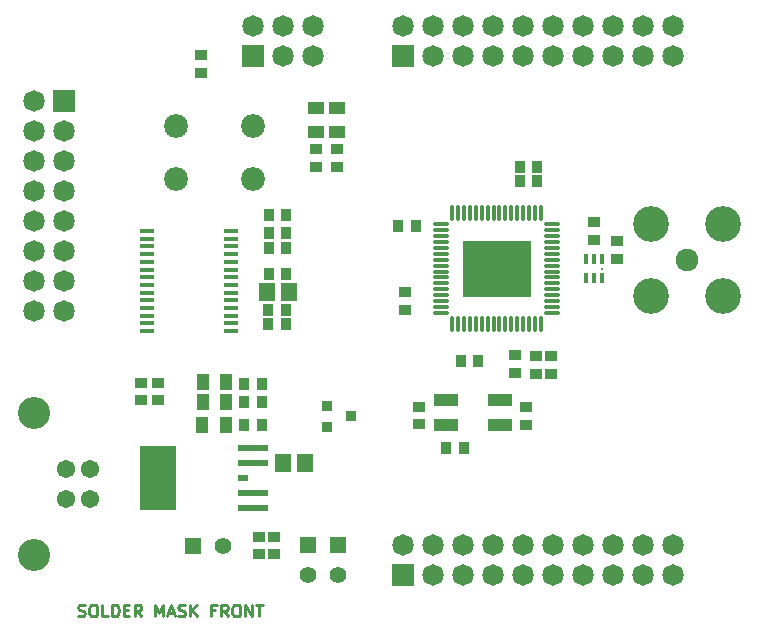
<source format=gts>
G04 (created by PCBNEW-RS274X (2012-01-19 BZR 3256)-stable) date Mon 11 Jun 2012 01:46:52 PM EEST*
G01*
G70*
G90*
%MOIN*%
G04 Gerber Fmt 3.4, Leading zero omitted, Abs format*
%FSLAX34Y34*%
G04 APERTURE LIST*
%ADD10C,0.006000*%
%ADD11C,0.009800*%
%ADD12R,0.050800X0.016800*%
%ADD13R,0.036800X0.036800*%
%ADD14O,0.075600X0.075600*%
%ADD15O,0.118900X0.118900*%
%ADD16R,0.040200X0.036200*%
%ADD17R,0.036200X0.040200*%
%ADD18R,0.071700X0.071700*%
%ADD19C,0.071700*%
%ADD20R,0.040200X0.052000*%
%ADD21R,0.052000X0.040200*%
%ADD22R,0.055900X0.055900*%
%ADD23C,0.055900*%
%ADD24R,0.079500X0.044100*%
%ADD25R,0.052000X0.059800*%
%ADD26R,0.118900X0.217300*%
%ADD27R,0.032300X0.020500*%
%ADD28R,0.099200X0.024400*%
%ADD29R,0.012600X0.032300*%
%ADD30R,0.008700X0.008700*%
%ADD31C,0.060800*%
%ADD32C,0.107100*%
%ADD33O,0.055900X0.012600*%
%ADD34O,0.012600X0.055900*%
%ADD35R,0.225200X0.189800*%
%ADD36C,0.063800*%
%ADD37C,0.079500*%
G04 APERTURE END LIST*
G54D10*
G54D11*
X54757Y-44965D02*
X54813Y-44983D01*
X54907Y-44983D01*
X54945Y-44965D01*
X54963Y-44946D01*
X54982Y-44908D01*
X54982Y-44871D01*
X54963Y-44833D01*
X54945Y-44815D01*
X54907Y-44796D01*
X54832Y-44777D01*
X54795Y-44758D01*
X54776Y-44740D01*
X54757Y-44702D01*
X54757Y-44665D01*
X54776Y-44627D01*
X54795Y-44608D01*
X54832Y-44589D01*
X54926Y-44589D01*
X54982Y-44608D01*
X55226Y-44589D02*
X55301Y-44589D01*
X55338Y-44608D01*
X55376Y-44646D01*
X55395Y-44721D01*
X55395Y-44852D01*
X55376Y-44927D01*
X55338Y-44965D01*
X55301Y-44983D01*
X55226Y-44983D01*
X55188Y-44965D01*
X55151Y-44927D01*
X55132Y-44852D01*
X55132Y-44721D01*
X55151Y-44646D01*
X55188Y-44608D01*
X55226Y-44589D01*
X55751Y-44983D02*
X55564Y-44983D01*
X55564Y-44589D01*
X55883Y-44983D02*
X55883Y-44589D01*
X55977Y-44589D01*
X56033Y-44608D01*
X56070Y-44646D01*
X56089Y-44683D01*
X56108Y-44758D01*
X56108Y-44815D01*
X56089Y-44890D01*
X56070Y-44927D01*
X56033Y-44965D01*
X55977Y-44983D01*
X55883Y-44983D01*
X56277Y-44777D02*
X56408Y-44777D01*
X56464Y-44983D02*
X56277Y-44983D01*
X56277Y-44589D01*
X56464Y-44589D01*
X56858Y-44983D02*
X56727Y-44796D01*
X56633Y-44983D02*
X56633Y-44589D01*
X56783Y-44589D01*
X56820Y-44608D01*
X56839Y-44627D01*
X56858Y-44665D01*
X56858Y-44721D01*
X56839Y-44758D01*
X56820Y-44777D01*
X56783Y-44796D01*
X56633Y-44796D01*
X57327Y-44983D02*
X57327Y-44589D01*
X57458Y-44871D01*
X57589Y-44589D01*
X57589Y-44983D01*
X57758Y-44871D02*
X57946Y-44871D01*
X57721Y-44983D02*
X57852Y-44589D01*
X57983Y-44983D01*
X58096Y-44965D02*
X58152Y-44983D01*
X58246Y-44983D01*
X58284Y-44965D01*
X58302Y-44946D01*
X58321Y-44908D01*
X58321Y-44871D01*
X58302Y-44833D01*
X58284Y-44815D01*
X58246Y-44796D01*
X58171Y-44777D01*
X58134Y-44758D01*
X58115Y-44740D01*
X58096Y-44702D01*
X58096Y-44665D01*
X58115Y-44627D01*
X58134Y-44608D01*
X58171Y-44589D01*
X58265Y-44589D01*
X58321Y-44608D01*
X58490Y-44983D02*
X58490Y-44589D01*
X58715Y-44983D02*
X58546Y-44758D01*
X58715Y-44589D02*
X58490Y-44815D01*
X59315Y-44777D02*
X59184Y-44777D01*
X59184Y-44983D02*
X59184Y-44589D01*
X59371Y-44589D01*
X59747Y-44983D02*
X59616Y-44796D01*
X59522Y-44983D02*
X59522Y-44589D01*
X59672Y-44589D01*
X59709Y-44608D01*
X59728Y-44627D01*
X59747Y-44665D01*
X59747Y-44721D01*
X59728Y-44758D01*
X59709Y-44777D01*
X59672Y-44796D01*
X59522Y-44796D01*
X59991Y-44589D02*
X60066Y-44589D01*
X60103Y-44608D01*
X60141Y-44646D01*
X60160Y-44721D01*
X60160Y-44852D01*
X60141Y-44927D01*
X60103Y-44965D01*
X60066Y-44983D01*
X59991Y-44983D01*
X59953Y-44965D01*
X59916Y-44927D01*
X59897Y-44852D01*
X59897Y-44721D01*
X59916Y-44646D01*
X59953Y-44608D01*
X59991Y-44589D01*
X60329Y-44983D02*
X60329Y-44589D01*
X60554Y-44983D01*
X60554Y-44589D01*
X60686Y-44589D02*
X60911Y-44589D01*
X60798Y-44983D02*
X60798Y-44589D01*
G54D12*
X57045Y-32139D03*
X57045Y-32389D03*
X57045Y-32649D03*
X57045Y-32909D03*
X57045Y-33159D03*
X57045Y-33419D03*
X57045Y-33679D03*
X57045Y-33929D03*
X57045Y-34189D03*
X57045Y-34439D03*
X57045Y-34699D03*
X57045Y-34959D03*
X57045Y-35209D03*
X57045Y-35469D03*
X59845Y-35469D03*
X59845Y-35209D03*
X59845Y-34969D03*
X59845Y-34699D03*
X59845Y-34439D03*
X59845Y-34189D03*
X59845Y-33929D03*
X59845Y-33679D03*
X59845Y-33419D03*
X59845Y-33159D03*
X59845Y-32909D03*
X59845Y-32649D03*
X59845Y-32389D03*
X59845Y-32139D03*
G54D13*
X63065Y-38657D03*
X63065Y-37957D03*
X63865Y-38307D03*
G54D14*
X75059Y-33101D03*
G54D15*
X73858Y-31900D03*
X76260Y-31900D03*
X76260Y-34302D03*
X73858Y-34302D03*
G54D16*
X58848Y-26871D03*
X58848Y-26279D03*
G54D17*
X61102Y-32195D03*
X61694Y-32195D03*
X61102Y-32707D03*
X61694Y-32707D03*
X60274Y-37234D03*
X60866Y-37234D03*
G54D16*
X60767Y-42321D03*
X60767Y-42913D03*
G54D17*
X60274Y-37844D03*
X60866Y-37844D03*
X67619Y-39370D03*
X67027Y-39370D03*
X70060Y-30000D03*
X69468Y-30000D03*
G54D16*
X56861Y-37185D03*
X56861Y-37777D03*
X57403Y-37185D03*
X57403Y-37777D03*
G54D17*
X60866Y-38602D03*
X60274Y-38602D03*
G54D16*
X63366Y-29409D03*
X63366Y-30001D03*
X62687Y-29409D03*
X62687Y-30001D03*
G54D18*
X65579Y-43610D03*
G54D19*
X66579Y-43610D03*
X67579Y-43610D03*
X68579Y-43610D03*
X69579Y-43610D03*
X70579Y-43610D03*
X71579Y-43610D03*
X72579Y-43610D03*
X73579Y-43610D03*
X74579Y-43610D03*
X74579Y-42610D03*
X73579Y-42610D03*
X72579Y-42610D03*
X71579Y-42610D03*
X70579Y-42610D03*
X69579Y-42610D03*
X68579Y-42610D03*
X67579Y-42610D03*
X66579Y-42610D03*
X65579Y-42610D03*
G54D18*
X65579Y-26287D03*
G54D19*
X66579Y-26287D03*
X67579Y-26287D03*
X68579Y-26287D03*
X69579Y-26287D03*
X70579Y-26287D03*
X71579Y-26287D03*
X72579Y-26287D03*
X73579Y-26287D03*
X74579Y-26287D03*
X74579Y-25287D03*
X73579Y-25287D03*
X72579Y-25287D03*
X71579Y-25287D03*
X70579Y-25287D03*
X69579Y-25287D03*
X68579Y-25287D03*
X67579Y-25287D03*
X66579Y-25287D03*
X65579Y-25287D03*
G54D20*
X58907Y-37836D03*
X59695Y-37836D03*
X58907Y-37167D03*
X59695Y-37167D03*
G54D21*
X62687Y-28051D03*
X62687Y-28839D03*
X63366Y-28051D03*
X63366Y-28839D03*
G54D20*
X58897Y-38602D03*
X59685Y-38602D03*
G54D22*
X63402Y-42610D03*
G54D23*
X63402Y-43610D03*
G54D22*
X58574Y-42622D03*
G54D23*
X59574Y-42622D03*
G54D22*
X62402Y-42610D03*
G54D23*
X62402Y-43610D03*
G54D24*
X67007Y-38603D03*
X68819Y-38603D03*
X68819Y-37775D03*
X67007Y-37775D03*
G54D25*
X61573Y-39871D03*
X62323Y-39871D03*
X61042Y-34164D03*
X61792Y-34164D03*
G54D17*
X61102Y-33573D03*
X61694Y-33573D03*
X61082Y-34754D03*
X61674Y-34754D03*
G54D16*
X69331Y-36279D03*
X69331Y-36871D03*
X71947Y-32423D03*
X71947Y-31831D03*
X61274Y-42326D03*
X61274Y-42918D03*
X72714Y-33053D03*
X72714Y-32461D03*
X70020Y-36318D03*
X70020Y-36910D03*
X70512Y-36318D03*
X70512Y-36910D03*
G54D17*
X61082Y-35246D03*
X61674Y-35246D03*
X66005Y-31969D03*
X65413Y-31969D03*
G54D16*
X65650Y-34173D03*
X65650Y-34765D03*
G54D17*
X68091Y-36457D03*
X67499Y-36457D03*
X61102Y-31585D03*
X61694Y-31585D03*
X69468Y-30472D03*
X70060Y-30472D03*
G54D16*
X66102Y-38583D03*
X66102Y-37991D03*
X69685Y-38011D03*
X69685Y-38603D03*
G54D26*
X57421Y-40373D03*
G54D27*
X60236Y-40373D03*
G54D28*
X60571Y-40873D03*
X60571Y-41373D03*
X60571Y-39873D03*
X60571Y-39373D03*
G54D29*
X72203Y-33072D03*
X71947Y-33072D03*
X71691Y-33072D03*
X71691Y-33702D03*
X71947Y-33702D03*
X72203Y-33702D03*
G54D30*
X72203Y-33387D03*
G54D18*
X60575Y-26287D03*
G54D19*
X61575Y-26287D03*
X62575Y-26287D03*
X62575Y-25287D03*
X61575Y-25287D03*
X60575Y-25287D03*
G54D31*
X55137Y-41071D03*
X55137Y-40071D03*
X54350Y-40071D03*
X54350Y-41071D03*
G54D32*
X53287Y-42933D03*
X53287Y-38209D03*
G54D18*
X54280Y-27799D03*
G54D19*
X53280Y-27799D03*
X54280Y-28799D03*
X53280Y-28799D03*
X54280Y-29799D03*
X53280Y-29799D03*
X54280Y-30799D03*
X53280Y-30799D03*
X54280Y-31799D03*
X53280Y-31799D03*
X54280Y-32799D03*
X53280Y-32799D03*
X54280Y-33799D03*
X53280Y-33799D03*
X54280Y-34799D03*
X53280Y-34799D03*
G54D33*
X70549Y-33289D03*
X70549Y-33485D03*
X70549Y-33682D03*
X70549Y-33879D03*
X70549Y-34076D03*
X70549Y-34273D03*
X70549Y-34470D03*
X70549Y-34667D03*
X70549Y-34863D03*
X70549Y-33092D03*
X70549Y-32895D03*
X70549Y-32698D03*
X70549Y-32501D03*
X70549Y-32304D03*
X70549Y-32107D03*
X70549Y-31911D03*
G54D34*
X68797Y-35237D03*
X68994Y-35237D03*
X69191Y-35237D03*
X69388Y-35237D03*
X69585Y-35237D03*
X69782Y-35237D03*
X69979Y-35237D03*
X70175Y-35237D03*
X68601Y-35237D03*
X68404Y-35237D03*
X68207Y-35237D03*
X68010Y-35237D03*
X67813Y-35237D03*
X67616Y-35237D03*
X67419Y-35237D03*
X67223Y-35237D03*
X68797Y-31537D03*
X68994Y-31537D03*
X69191Y-31537D03*
X69388Y-31537D03*
X69585Y-31537D03*
X69782Y-31537D03*
X69979Y-31537D03*
X70175Y-31537D03*
X68601Y-31537D03*
X68404Y-31537D03*
X68207Y-31537D03*
X68010Y-31537D03*
X67813Y-31537D03*
X67616Y-31537D03*
X67419Y-31537D03*
X67223Y-31537D03*
G54D33*
X66849Y-33485D03*
X66849Y-33682D03*
X66849Y-33879D03*
X66849Y-34076D03*
X66849Y-34273D03*
X66849Y-34470D03*
X66849Y-34667D03*
X66849Y-34863D03*
X66849Y-33289D03*
X66849Y-33092D03*
X66849Y-32895D03*
X66849Y-32698D03*
X66849Y-32501D03*
X66849Y-32304D03*
X66849Y-32107D03*
X66849Y-31911D03*
G54D35*
X68699Y-33387D03*
G54D36*
X69447Y-33958D03*
X68699Y-33958D03*
X67951Y-33958D03*
X69447Y-33387D03*
X68699Y-33387D03*
X67951Y-33387D03*
X69447Y-32816D03*
X68699Y-32816D03*
X67951Y-32816D03*
G54D37*
X58031Y-30404D03*
X60591Y-28632D03*
X58031Y-28632D03*
X60591Y-30404D03*
M02*

</source>
